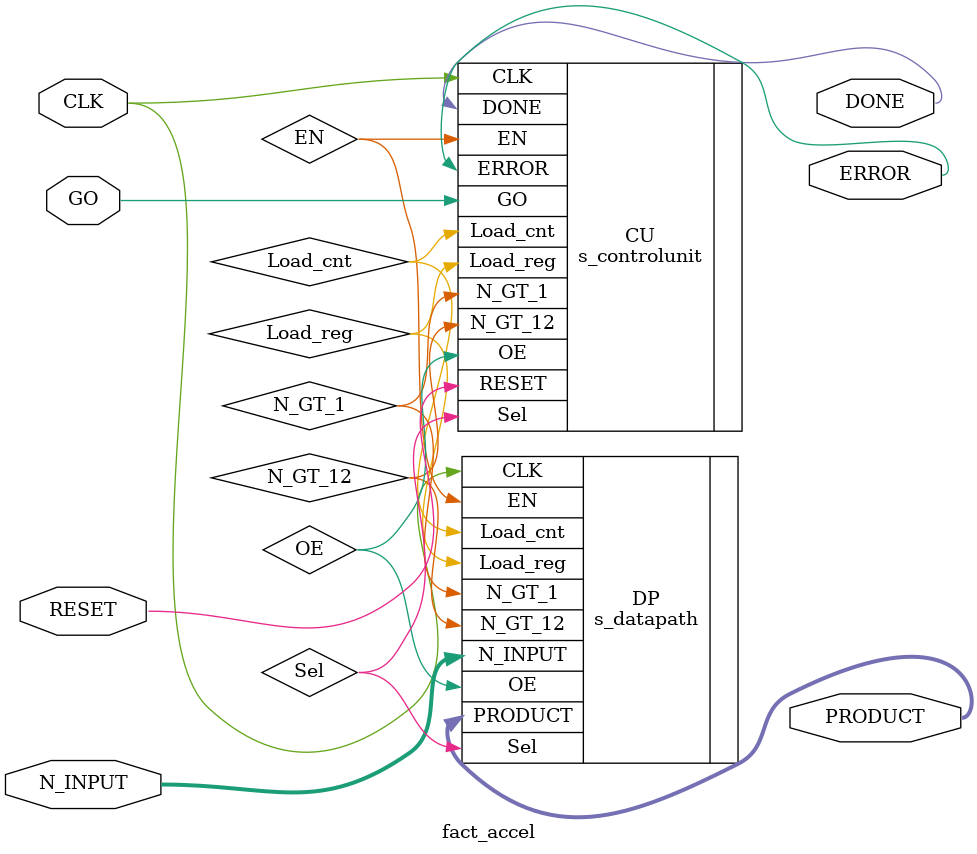
<source format=sv>
`timescale 1ns / 1ps


module fact_accel #(localparam WIDTH = 32)(
    input [WIDTH - 1:0] N_INPUT,
    input logic GO, RESET, CLK,
    output [31:0] PRODUCT,
    output logic ERROR, DONE
    );
    
    wire N_GT_1, N_GT_12;
    wire Sel, Load_cnt, Load_reg, OE, EN;
    
    s_controlunit CU(.GO(GO), 
                    .N_GT_1(N_GT_1), 
                    .N_GT_12(N_GT_12), 
                    .CLK(CLK), 
                    .RESET(RESET),
                    .Sel(Sel), 
                    .Load_reg(Load_reg), 
                    .Load_cnt(Load_cnt), 
                    .EN(EN), 
                    .OE(OE),
                    .ERROR(ERROR), 
                    .DONE(DONE));
                    
    s_datapath DP(   .N_INPUT(N_INPUT), 
                    .Sel(Sel), 
                    .Load_reg(Load_reg), 
                    .Load_cnt(Load_cnt), 
                    .EN(EN), 
                    .OE(OE), 
                    .CLK(CLK), 
                    .N_GT_1(N_GT_1), 
                    .N_GT_12(N_GT_12), 
                    .PRODUCT(PRODUCT));
    
endmodule

</source>
